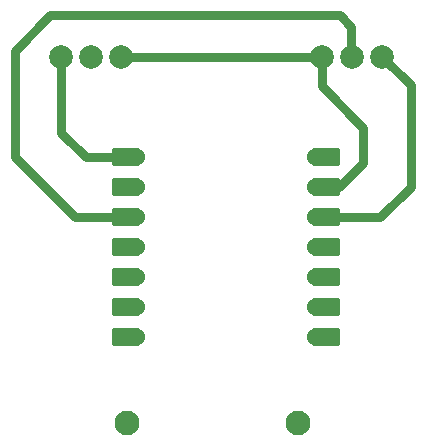
<source format=gbr>
%TF.GenerationSoftware,KiCad,Pcbnew,9.0.2*%
%TF.CreationDate,2025-05-22T14:24:12+02:00*%
%TF.ProjectId,Untitled,556e7469-746c-4656-942e-6b696361645f,rev?*%
%TF.SameCoordinates,Original*%
%TF.FileFunction,Copper,L1,Top*%
%TF.FilePolarity,Positive*%
%FSLAX46Y46*%
G04 Gerber Fmt 4.6, Leading zero omitted, Abs format (unit mm)*
G04 Created by KiCad (PCBNEW 9.0.2) date 2025-05-22 14:24:12*
%MOMM*%
%LPD*%
G01*
G04 APERTURE LIST*
G04 Aperture macros list*
%AMRoundRect*
0 Rectangle with rounded corners*
0 $1 Rounding radius*
0 $2 $3 $4 $5 $6 $7 $8 $9 X,Y pos of 4 corners*
0 Add a 4 corners polygon primitive as box body*
4,1,4,$2,$3,$4,$5,$6,$7,$8,$9,$2,$3,0*
0 Add four circle primitives for the rounded corners*
1,1,$1+$1,$2,$3*
1,1,$1+$1,$4,$5*
1,1,$1+$1,$6,$7*
1,1,$1+$1,$8,$9*
0 Add four rect primitives between the rounded corners*
20,1,$1+$1,$2,$3,$4,$5,0*
20,1,$1+$1,$4,$5,$6,$7,0*
20,1,$1+$1,$6,$7,$8,$9,0*
20,1,$1+$1,$8,$9,$2,$3,0*%
G04 Aperture macros list end*
%TA.AperFunction,SMDPad,CuDef*%
%ADD10RoundRect,0.152400X-1.063600X-0.609600X1.063600X-0.609600X1.063600X0.609600X-1.063600X0.609600X0*%
%TD*%
%TA.AperFunction,ComponentPad*%
%ADD11C,1.524000*%
%TD*%
%TA.AperFunction,SMDPad,CuDef*%
%ADD12RoundRect,0.152400X1.063600X0.609600X-1.063600X0.609600X-1.063600X-0.609600X1.063600X-0.609600X0*%
%TD*%
%TA.AperFunction,ComponentPad*%
%ADD13C,2.000000*%
%TD*%
%TA.AperFunction,ViaPad*%
%ADD14C,2.100000*%
%TD*%
%TA.AperFunction,Conductor*%
%ADD15C,0.800000*%
%TD*%
%TA.AperFunction,Conductor*%
%ADD16C,0.200000*%
%TD*%
G04 APERTURE END LIST*
D10*
%TO.P,REF\u002A\u002A,14*%
%TO.N,N/C*%
X130335000Y-71500000D03*
D11*
X129500000Y-71500000D03*
D10*
%TO.P,REF\u002A\u002A,13*%
X130335000Y-74040000D03*
D11*
X129500000Y-74040000D03*
D10*
%TO.P,REF\u002A\u002A,12*%
X130335000Y-76580000D03*
D11*
X129500000Y-76580000D03*
D10*
%TO.P,REF\u002A\u002A,11*%
X130335000Y-79120000D03*
D11*
X129500000Y-79120000D03*
D10*
%TO.P,REF\u002A\u002A,10*%
X130335000Y-81660000D03*
D11*
X129500000Y-81660000D03*
D10*
%TO.P,REF\u002A\u002A,9*%
X130335000Y-84200000D03*
D11*
X129500000Y-84200000D03*
D10*
%TO.P,REF\u002A\u002A,8*%
X130335000Y-86740000D03*
D11*
X129500000Y-86740000D03*
%TO.P,REF\u002A\u002A,7*%
X114260000Y-86740000D03*
D12*
X113425000Y-86740000D03*
D11*
%TO.P,REF\u002A\u002A,6*%
X114260000Y-84200000D03*
D12*
X113425000Y-84200000D03*
D11*
%TO.P,REF\u002A\u002A,5*%
X114260000Y-81660000D03*
D12*
X113425000Y-81660000D03*
D11*
%TO.P,REF\u002A\u002A,4*%
X114260000Y-79120000D03*
D12*
X113425000Y-79120000D03*
D11*
%TO.P,REF\u002A\u002A,3*%
X114260000Y-76580000D03*
D12*
X113425000Y-76580000D03*
D11*
%TO.P,REF\u002A\u002A,2*%
X114260000Y-74040000D03*
D12*
X113425000Y-74040000D03*
D11*
%TO.P,REF\u002A\u002A,1*%
X114260000Y-71500000D03*
D12*
X113425000Y-71500000D03*
%TD*%
D13*
%TO.P,REF\u002A\u002A,1*%
%TO.N,N/C*%
X107920000Y-63000000D03*
%TO.P,REF\u002A\u002A,2*%
X110460000Y-63000000D03*
%TO.P,REF\u002A\u002A,3*%
X113000000Y-63000000D03*
%TD*%
%TO.P,REF\u002A\u002A,1*%
%TO.N,N/C*%
X130000000Y-63000000D03*
%TO.P,REF\u002A\u002A,2*%
X132540000Y-63000000D03*
%TO.P,REF\u002A\u002A,3*%
X135080000Y-63000000D03*
%TD*%
D14*
%TO.N,*%
X113500000Y-94000000D03*
X128000000Y-94000000D03*
%TD*%
D15*
%TO.N,*%
X131460000Y-74040000D02*
X133500000Y-72000000D01*
X133500000Y-72000000D02*
X133500000Y-69000000D01*
X133500000Y-69000000D02*
X130000000Y-65500000D01*
X130000000Y-65500000D02*
X130000000Y-63000000D01*
X129500000Y-76580000D02*
X134920000Y-76580000D01*
X134920000Y-76580000D02*
X137500000Y-74000000D01*
X137500000Y-74000000D02*
X137500000Y-65420000D01*
X137500000Y-65420000D02*
X135080000Y-63000000D01*
X107000000Y-59500000D02*
X131500000Y-59500000D01*
X109080000Y-76580000D02*
X104000000Y-71500000D01*
X132500000Y-60500000D02*
X132500000Y-62960000D01*
X104000000Y-62500000D02*
X107000000Y-59500000D01*
X114260000Y-76580000D02*
X109080000Y-76580000D01*
X131500000Y-59500000D02*
X132500000Y-60500000D01*
X104000000Y-71500000D02*
X104000000Y-62500000D01*
D16*
X132500000Y-62960000D02*
X132540000Y-63000000D01*
D15*
X107920000Y-69420000D02*
X110000000Y-71500000D01*
X107920000Y-63000000D02*
X107920000Y-69420000D01*
X110000000Y-71500000D02*
X114260000Y-71500000D01*
D16*
X133000000Y-62540000D02*
X132540000Y-63000000D01*
D15*
X130000000Y-63000000D02*
X113000000Y-63000000D01*
D16*
X129500000Y-74040000D02*
X131460000Y-74040000D01*
%TD*%
M02*

</source>
